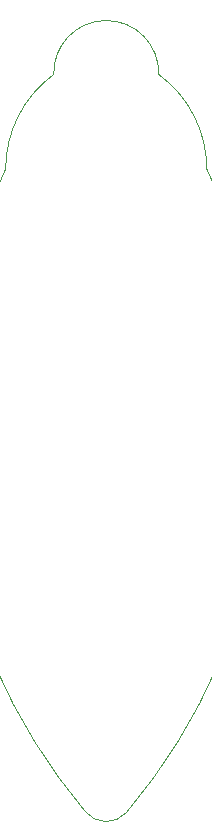
<source format=gbr>
G04 #@! TF.FileFunction,Profile,NP*
%FSLAX46Y46*%
G04 Gerber Fmt 4.6, Leading zero omitted, Abs format (unit mm)*
G04 Created by KiCad (PCBNEW 0.201505162027+5655~23~ubuntu14.04.1-product) date Di 25 Aug 2015 00:43:14 CEST*
%MOMM*%
G01*
G04 APERTURE LIST*
%ADD10C,0.100000*%
G04 APERTURE END LIST*
D10*
X149478670Y-104319010D02*
G75*
G03X152971500Y-104394000I1778330J1449010D01*
G01*
X159772827Y-49913722D02*
G75*
G02X153012920Y-104344027I-45206893J-22020506D01*
G01*
X155703716Y-41910000D02*
G75*
G02X159772827Y-49913722I-5836889J-8003722D01*
G01*
X146812000Y-41910000D02*
G75*
G03X142742889Y-49913722I5836889J-8003722D01*
G01*
X155702000Y-41909999D02*
G75*
G03X146812000Y-41910000I-4445000J126999D01*
G01*
X142748000Y-49911000D02*
G75*
G03X149507907Y-104341305I45206893J-22020506D01*
G01*
M02*

</source>
